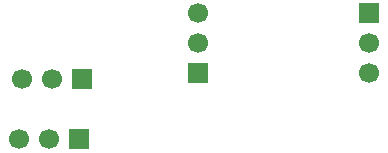
<source format=gbr>
%TF.GenerationSoftware,KiCad,Pcbnew,9.0.2*%
%TF.CreationDate,2025-12-24T14:08:25+02:00*%
%TF.ProjectId,party_line,70617274-795f-46c6-996e-652e6b696361,rev?*%
%TF.SameCoordinates,Original*%
%TF.FileFunction,Soldermask,Bot*%
%TF.FilePolarity,Negative*%
%FSLAX46Y46*%
G04 Gerber Fmt 4.6, Leading zero omitted, Abs format (unit mm)*
G04 Created by KiCad (PCBNEW 9.0.2) date 2025-12-24 14:08:25*
%MOMM*%
%LPD*%
G01*
G04 APERTURE LIST*
%ADD10R,1.700000X1.700000*%
%ADD11C,1.700000*%
G04 APERTURE END LIST*
D10*
%TO.C,RV3*%
X119110000Y-76200000D03*
D11*
X116570000Y-76200000D03*
X114030000Y-76200000D03*
%TD*%
D10*
%TO.C,SW2*%
X129159000Y-70612000D03*
D11*
X129159000Y-68072000D03*
X129159000Y-65532000D03*
%TD*%
D10*
%TO.C,RV2*%
X143637000Y-65532000D03*
D11*
X143637000Y-68072000D03*
X143637000Y-70612000D03*
%TD*%
D10*
%TO.C,SW1*%
X119335000Y-71120000D03*
D11*
X116795000Y-71120000D03*
X114255000Y-71120000D03*
%TD*%
M02*

</source>
